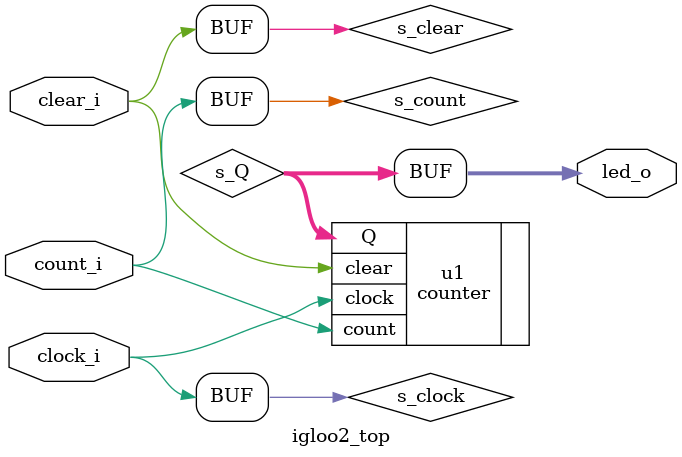
<source format=v>

module igloo2_top (
    clear_i,
    count_i,
    clock_i,
    led_o
);

input clear_i, count_i, clock_i;
output [7:0] led_o;

wire s_clock, s_clear, s_count; 
wire [7:0] s_Q;

counter u1(
    .clock(s_clock),
    .clear(s_clear),
    .count(s_count),
    .Q(s_Q)
);

assign s_clock = clock_i;
assign s_clear = clear_i;
assign s_count = count_i;
assign led_o[7:0] = s_Q[7:0];

endmodule

</source>
